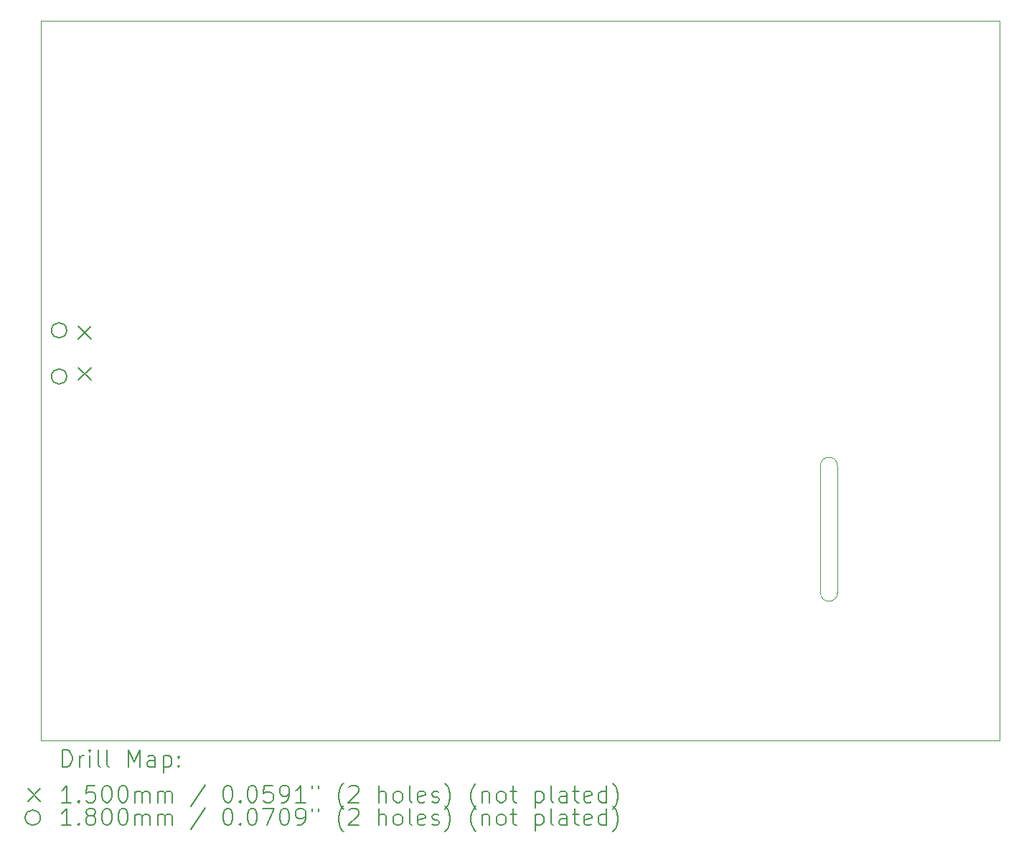
<source format=gbr>
%TF.GenerationSoftware,KiCad,Pcbnew,8.0.2*%
%TF.CreationDate,2024-05-29T13:56:08+02:00*%
%TF.ProjectId,universalConnectorBoard,756e6976-6572-4736-916c-436f6e6e6563,rev?*%
%TF.SameCoordinates,Original*%
%TF.FileFunction,Drillmap*%
%TF.FilePolarity,Positive*%
%FSLAX45Y45*%
G04 Gerber Fmt 4.5, Leading zero omitted, Abs format (unit mm)*
G04 Created by KiCad (PCBNEW 8.0.2) date 2024-05-29 13:56:08*
%MOMM*%
%LPD*%
G01*
G04 APERTURE LIST*
%ADD10C,0.100000*%
%ADD11C,0.200000*%
%ADD12C,0.150000*%
%ADD13C,0.180000*%
G04 APERTURE END LIST*
D10*
X13898200Y-11996800D02*
X13898200Y-10496800D01*
X14098200Y-11996800D02*
G75*
G02*
X13898200Y-11996800I-100000J0D01*
G01*
X13898200Y-10496800D02*
G75*
G02*
X14098200Y-10496800I100000J0D01*
G01*
X14098200Y-10496800D02*
X14098200Y-11996800D01*
X4700000Y-5238000D02*
X16010000Y-5238000D01*
X16010000Y-13738000D01*
X4700000Y-13738000D01*
X4700000Y-5238000D01*
D11*
D12*
X5143200Y-8851900D02*
X5293200Y-9001900D01*
X5293200Y-8851900D02*
X5143200Y-9001900D01*
X5143200Y-9336900D02*
X5293200Y-9486900D01*
X5293200Y-9336900D02*
X5143200Y-9486900D01*
D13*
X5005200Y-8896900D02*
G75*
G02*
X4825200Y-8896900I-90000J0D01*
G01*
X4825200Y-8896900D02*
G75*
G02*
X5005200Y-8896900I90000J0D01*
G01*
X5005200Y-9441900D02*
G75*
G02*
X4825200Y-9441900I-90000J0D01*
G01*
X4825200Y-9441900D02*
G75*
G02*
X5005200Y-9441900I90000J0D01*
G01*
D11*
X4955777Y-14054484D02*
X4955777Y-13854484D01*
X4955777Y-13854484D02*
X5003396Y-13854484D01*
X5003396Y-13854484D02*
X5031967Y-13864008D01*
X5031967Y-13864008D02*
X5051015Y-13883055D01*
X5051015Y-13883055D02*
X5060539Y-13902103D01*
X5060539Y-13902103D02*
X5070063Y-13940198D01*
X5070063Y-13940198D02*
X5070063Y-13968769D01*
X5070063Y-13968769D02*
X5060539Y-14006865D01*
X5060539Y-14006865D02*
X5051015Y-14025912D01*
X5051015Y-14025912D02*
X5031967Y-14044960D01*
X5031967Y-14044960D02*
X5003396Y-14054484D01*
X5003396Y-14054484D02*
X4955777Y-14054484D01*
X5155777Y-14054484D02*
X5155777Y-13921150D01*
X5155777Y-13959246D02*
X5165301Y-13940198D01*
X5165301Y-13940198D02*
X5174824Y-13930674D01*
X5174824Y-13930674D02*
X5193872Y-13921150D01*
X5193872Y-13921150D02*
X5212920Y-13921150D01*
X5279586Y-14054484D02*
X5279586Y-13921150D01*
X5279586Y-13854484D02*
X5270063Y-13864008D01*
X5270063Y-13864008D02*
X5279586Y-13873531D01*
X5279586Y-13873531D02*
X5289110Y-13864008D01*
X5289110Y-13864008D02*
X5279586Y-13854484D01*
X5279586Y-13854484D02*
X5279586Y-13873531D01*
X5403396Y-14054484D02*
X5384348Y-14044960D01*
X5384348Y-14044960D02*
X5374824Y-14025912D01*
X5374824Y-14025912D02*
X5374824Y-13854484D01*
X5508158Y-14054484D02*
X5489110Y-14044960D01*
X5489110Y-14044960D02*
X5479586Y-14025912D01*
X5479586Y-14025912D02*
X5479586Y-13854484D01*
X5736729Y-14054484D02*
X5736729Y-13854484D01*
X5736729Y-13854484D02*
X5803396Y-13997341D01*
X5803396Y-13997341D02*
X5870062Y-13854484D01*
X5870062Y-13854484D02*
X5870062Y-14054484D01*
X6051015Y-14054484D02*
X6051015Y-13949722D01*
X6051015Y-13949722D02*
X6041491Y-13930674D01*
X6041491Y-13930674D02*
X6022443Y-13921150D01*
X6022443Y-13921150D02*
X5984348Y-13921150D01*
X5984348Y-13921150D02*
X5965301Y-13930674D01*
X6051015Y-14044960D02*
X6031967Y-14054484D01*
X6031967Y-14054484D02*
X5984348Y-14054484D01*
X5984348Y-14054484D02*
X5965301Y-14044960D01*
X5965301Y-14044960D02*
X5955777Y-14025912D01*
X5955777Y-14025912D02*
X5955777Y-14006865D01*
X5955777Y-14006865D02*
X5965301Y-13987817D01*
X5965301Y-13987817D02*
X5984348Y-13978293D01*
X5984348Y-13978293D02*
X6031967Y-13978293D01*
X6031967Y-13978293D02*
X6051015Y-13968769D01*
X6146253Y-13921150D02*
X6146253Y-14121150D01*
X6146253Y-13930674D02*
X6165301Y-13921150D01*
X6165301Y-13921150D02*
X6203396Y-13921150D01*
X6203396Y-13921150D02*
X6222443Y-13930674D01*
X6222443Y-13930674D02*
X6231967Y-13940198D01*
X6231967Y-13940198D02*
X6241491Y-13959246D01*
X6241491Y-13959246D02*
X6241491Y-14016388D01*
X6241491Y-14016388D02*
X6231967Y-14035436D01*
X6231967Y-14035436D02*
X6222443Y-14044960D01*
X6222443Y-14044960D02*
X6203396Y-14054484D01*
X6203396Y-14054484D02*
X6165301Y-14054484D01*
X6165301Y-14054484D02*
X6146253Y-14044960D01*
X6327205Y-14035436D02*
X6336729Y-14044960D01*
X6336729Y-14044960D02*
X6327205Y-14054484D01*
X6327205Y-14054484D02*
X6317682Y-14044960D01*
X6317682Y-14044960D02*
X6327205Y-14035436D01*
X6327205Y-14035436D02*
X6327205Y-14054484D01*
X6327205Y-13930674D02*
X6336729Y-13940198D01*
X6336729Y-13940198D02*
X6327205Y-13949722D01*
X6327205Y-13949722D02*
X6317682Y-13940198D01*
X6317682Y-13940198D02*
X6327205Y-13930674D01*
X6327205Y-13930674D02*
X6327205Y-13949722D01*
D12*
X4545000Y-14308000D02*
X4695000Y-14458000D01*
X4695000Y-14308000D02*
X4545000Y-14458000D01*
D11*
X5060539Y-14474484D02*
X4946253Y-14474484D01*
X5003396Y-14474484D02*
X5003396Y-14274484D01*
X5003396Y-14274484D02*
X4984348Y-14303055D01*
X4984348Y-14303055D02*
X4965301Y-14322103D01*
X4965301Y-14322103D02*
X4946253Y-14331627D01*
X5146253Y-14455436D02*
X5155777Y-14464960D01*
X5155777Y-14464960D02*
X5146253Y-14474484D01*
X5146253Y-14474484D02*
X5136729Y-14464960D01*
X5136729Y-14464960D02*
X5146253Y-14455436D01*
X5146253Y-14455436D02*
X5146253Y-14474484D01*
X5336729Y-14274484D02*
X5241491Y-14274484D01*
X5241491Y-14274484D02*
X5231967Y-14369722D01*
X5231967Y-14369722D02*
X5241491Y-14360198D01*
X5241491Y-14360198D02*
X5260539Y-14350674D01*
X5260539Y-14350674D02*
X5308158Y-14350674D01*
X5308158Y-14350674D02*
X5327205Y-14360198D01*
X5327205Y-14360198D02*
X5336729Y-14369722D01*
X5336729Y-14369722D02*
X5346253Y-14388769D01*
X5346253Y-14388769D02*
X5346253Y-14436388D01*
X5346253Y-14436388D02*
X5336729Y-14455436D01*
X5336729Y-14455436D02*
X5327205Y-14464960D01*
X5327205Y-14464960D02*
X5308158Y-14474484D01*
X5308158Y-14474484D02*
X5260539Y-14474484D01*
X5260539Y-14474484D02*
X5241491Y-14464960D01*
X5241491Y-14464960D02*
X5231967Y-14455436D01*
X5470063Y-14274484D02*
X5489110Y-14274484D01*
X5489110Y-14274484D02*
X5508158Y-14284008D01*
X5508158Y-14284008D02*
X5517682Y-14293531D01*
X5517682Y-14293531D02*
X5527205Y-14312579D01*
X5527205Y-14312579D02*
X5536729Y-14350674D01*
X5536729Y-14350674D02*
X5536729Y-14398293D01*
X5536729Y-14398293D02*
X5527205Y-14436388D01*
X5527205Y-14436388D02*
X5517682Y-14455436D01*
X5517682Y-14455436D02*
X5508158Y-14464960D01*
X5508158Y-14464960D02*
X5489110Y-14474484D01*
X5489110Y-14474484D02*
X5470063Y-14474484D01*
X5470063Y-14474484D02*
X5451015Y-14464960D01*
X5451015Y-14464960D02*
X5441491Y-14455436D01*
X5441491Y-14455436D02*
X5431967Y-14436388D01*
X5431967Y-14436388D02*
X5422444Y-14398293D01*
X5422444Y-14398293D02*
X5422444Y-14350674D01*
X5422444Y-14350674D02*
X5431967Y-14312579D01*
X5431967Y-14312579D02*
X5441491Y-14293531D01*
X5441491Y-14293531D02*
X5451015Y-14284008D01*
X5451015Y-14284008D02*
X5470063Y-14274484D01*
X5660539Y-14274484D02*
X5679586Y-14274484D01*
X5679586Y-14274484D02*
X5698634Y-14284008D01*
X5698634Y-14284008D02*
X5708158Y-14293531D01*
X5708158Y-14293531D02*
X5717682Y-14312579D01*
X5717682Y-14312579D02*
X5727205Y-14350674D01*
X5727205Y-14350674D02*
X5727205Y-14398293D01*
X5727205Y-14398293D02*
X5717682Y-14436388D01*
X5717682Y-14436388D02*
X5708158Y-14455436D01*
X5708158Y-14455436D02*
X5698634Y-14464960D01*
X5698634Y-14464960D02*
X5679586Y-14474484D01*
X5679586Y-14474484D02*
X5660539Y-14474484D01*
X5660539Y-14474484D02*
X5641491Y-14464960D01*
X5641491Y-14464960D02*
X5631967Y-14455436D01*
X5631967Y-14455436D02*
X5622443Y-14436388D01*
X5622443Y-14436388D02*
X5612920Y-14398293D01*
X5612920Y-14398293D02*
X5612920Y-14350674D01*
X5612920Y-14350674D02*
X5622443Y-14312579D01*
X5622443Y-14312579D02*
X5631967Y-14293531D01*
X5631967Y-14293531D02*
X5641491Y-14284008D01*
X5641491Y-14284008D02*
X5660539Y-14274484D01*
X5812920Y-14474484D02*
X5812920Y-14341150D01*
X5812920Y-14360198D02*
X5822443Y-14350674D01*
X5822443Y-14350674D02*
X5841491Y-14341150D01*
X5841491Y-14341150D02*
X5870063Y-14341150D01*
X5870063Y-14341150D02*
X5889110Y-14350674D01*
X5889110Y-14350674D02*
X5898634Y-14369722D01*
X5898634Y-14369722D02*
X5898634Y-14474484D01*
X5898634Y-14369722D02*
X5908158Y-14350674D01*
X5908158Y-14350674D02*
X5927205Y-14341150D01*
X5927205Y-14341150D02*
X5955777Y-14341150D01*
X5955777Y-14341150D02*
X5974824Y-14350674D01*
X5974824Y-14350674D02*
X5984348Y-14369722D01*
X5984348Y-14369722D02*
X5984348Y-14474484D01*
X6079586Y-14474484D02*
X6079586Y-14341150D01*
X6079586Y-14360198D02*
X6089110Y-14350674D01*
X6089110Y-14350674D02*
X6108158Y-14341150D01*
X6108158Y-14341150D02*
X6136729Y-14341150D01*
X6136729Y-14341150D02*
X6155777Y-14350674D01*
X6155777Y-14350674D02*
X6165301Y-14369722D01*
X6165301Y-14369722D02*
X6165301Y-14474484D01*
X6165301Y-14369722D02*
X6174824Y-14350674D01*
X6174824Y-14350674D02*
X6193872Y-14341150D01*
X6193872Y-14341150D02*
X6222443Y-14341150D01*
X6222443Y-14341150D02*
X6241491Y-14350674D01*
X6241491Y-14350674D02*
X6251015Y-14369722D01*
X6251015Y-14369722D02*
X6251015Y-14474484D01*
X6641491Y-14264960D02*
X6470063Y-14522103D01*
X6898634Y-14274484D02*
X6917682Y-14274484D01*
X6917682Y-14274484D02*
X6936729Y-14284008D01*
X6936729Y-14284008D02*
X6946253Y-14293531D01*
X6946253Y-14293531D02*
X6955777Y-14312579D01*
X6955777Y-14312579D02*
X6965301Y-14350674D01*
X6965301Y-14350674D02*
X6965301Y-14398293D01*
X6965301Y-14398293D02*
X6955777Y-14436388D01*
X6955777Y-14436388D02*
X6946253Y-14455436D01*
X6946253Y-14455436D02*
X6936729Y-14464960D01*
X6936729Y-14464960D02*
X6917682Y-14474484D01*
X6917682Y-14474484D02*
X6898634Y-14474484D01*
X6898634Y-14474484D02*
X6879586Y-14464960D01*
X6879586Y-14464960D02*
X6870063Y-14455436D01*
X6870063Y-14455436D02*
X6860539Y-14436388D01*
X6860539Y-14436388D02*
X6851015Y-14398293D01*
X6851015Y-14398293D02*
X6851015Y-14350674D01*
X6851015Y-14350674D02*
X6860539Y-14312579D01*
X6860539Y-14312579D02*
X6870063Y-14293531D01*
X6870063Y-14293531D02*
X6879586Y-14284008D01*
X6879586Y-14284008D02*
X6898634Y-14274484D01*
X7051015Y-14455436D02*
X7060539Y-14464960D01*
X7060539Y-14464960D02*
X7051015Y-14474484D01*
X7051015Y-14474484D02*
X7041491Y-14464960D01*
X7041491Y-14464960D02*
X7051015Y-14455436D01*
X7051015Y-14455436D02*
X7051015Y-14474484D01*
X7184348Y-14274484D02*
X7203396Y-14274484D01*
X7203396Y-14274484D02*
X7222444Y-14284008D01*
X7222444Y-14284008D02*
X7231967Y-14293531D01*
X7231967Y-14293531D02*
X7241491Y-14312579D01*
X7241491Y-14312579D02*
X7251015Y-14350674D01*
X7251015Y-14350674D02*
X7251015Y-14398293D01*
X7251015Y-14398293D02*
X7241491Y-14436388D01*
X7241491Y-14436388D02*
X7231967Y-14455436D01*
X7231967Y-14455436D02*
X7222444Y-14464960D01*
X7222444Y-14464960D02*
X7203396Y-14474484D01*
X7203396Y-14474484D02*
X7184348Y-14474484D01*
X7184348Y-14474484D02*
X7165301Y-14464960D01*
X7165301Y-14464960D02*
X7155777Y-14455436D01*
X7155777Y-14455436D02*
X7146253Y-14436388D01*
X7146253Y-14436388D02*
X7136729Y-14398293D01*
X7136729Y-14398293D02*
X7136729Y-14350674D01*
X7136729Y-14350674D02*
X7146253Y-14312579D01*
X7146253Y-14312579D02*
X7155777Y-14293531D01*
X7155777Y-14293531D02*
X7165301Y-14284008D01*
X7165301Y-14284008D02*
X7184348Y-14274484D01*
X7431967Y-14274484D02*
X7336729Y-14274484D01*
X7336729Y-14274484D02*
X7327206Y-14369722D01*
X7327206Y-14369722D02*
X7336729Y-14360198D01*
X7336729Y-14360198D02*
X7355777Y-14350674D01*
X7355777Y-14350674D02*
X7403396Y-14350674D01*
X7403396Y-14350674D02*
X7422444Y-14360198D01*
X7422444Y-14360198D02*
X7431967Y-14369722D01*
X7431967Y-14369722D02*
X7441491Y-14388769D01*
X7441491Y-14388769D02*
X7441491Y-14436388D01*
X7441491Y-14436388D02*
X7431967Y-14455436D01*
X7431967Y-14455436D02*
X7422444Y-14464960D01*
X7422444Y-14464960D02*
X7403396Y-14474484D01*
X7403396Y-14474484D02*
X7355777Y-14474484D01*
X7355777Y-14474484D02*
X7336729Y-14464960D01*
X7336729Y-14464960D02*
X7327206Y-14455436D01*
X7536729Y-14474484D02*
X7574825Y-14474484D01*
X7574825Y-14474484D02*
X7593872Y-14464960D01*
X7593872Y-14464960D02*
X7603396Y-14455436D01*
X7603396Y-14455436D02*
X7622444Y-14426865D01*
X7622444Y-14426865D02*
X7631967Y-14388769D01*
X7631967Y-14388769D02*
X7631967Y-14312579D01*
X7631967Y-14312579D02*
X7622444Y-14293531D01*
X7622444Y-14293531D02*
X7612920Y-14284008D01*
X7612920Y-14284008D02*
X7593872Y-14274484D01*
X7593872Y-14274484D02*
X7555777Y-14274484D01*
X7555777Y-14274484D02*
X7536729Y-14284008D01*
X7536729Y-14284008D02*
X7527206Y-14293531D01*
X7527206Y-14293531D02*
X7517682Y-14312579D01*
X7517682Y-14312579D02*
X7517682Y-14360198D01*
X7517682Y-14360198D02*
X7527206Y-14379246D01*
X7527206Y-14379246D02*
X7536729Y-14388769D01*
X7536729Y-14388769D02*
X7555777Y-14398293D01*
X7555777Y-14398293D02*
X7593872Y-14398293D01*
X7593872Y-14398293D02*
X7612920Y-14388769D01*
X7612920Y-14388769D02*
X7622444Y-14379246D01*
X7622444Y-14379246D02*
X7631967Y-14360198D01*
X7822444Y-14474484D02*
X7708158Y-14474484D01*
X7765301Y-14474484D02*
X7765301Y-14274484D01*
X7765301Y-14274484D02*
X7746253Y-14303055D01*
X7746253Y-14303055D02*
X7727206Y-14322103D01*
X7727206Y-14322103D02*
X7708158Y-14331627D01*
X7898634Y-14274484D02*
X7898634Y-14312579D01*
X7974825Y-14274484D02*
X7974825Y-14312579D01*
X8270063Y-14550674D02*
X8260539Y-14541150D01*
X8260539Y-14541150D02*
X8241491Y-14512579D01*
X8241491Y-14512579D02*
X8231968Y-14493531D01*
X8231968Y-14493531D02*
X8222444Y-14464960D01*
X8222444Y-14464960D02*
X8212920Y-14417341D01*
X8212920Y-14417341D02*
X8212920Y-14379246D01*
X8212920Y-14379246D02*
X8222444Y-14331627D01*
X8222444Y-14331627D02*
X8231968Y-14303055D01*
X8231968Y-14303055D02*
X8241491Y-14284008D01*
X8241491Y-14284008D02*
X8260539Y-14255436D01*
X8260539Y-14255436D02*
X8270063Y-14245912D01*
X8336729Y-14293531D02*
X8346253Y-14284008D01*
X8346253Y-14284008D02*
X8365301Y-14274484D01*
X8365301Y-14274484D02*
X8412920Y-14274484D01*
X8412920Y-14274484D02*
X8431968Y-14284008D01*
X8431968Y-14284008D02*
X8441491Y-14293531D01*
X8441491Y-14293531D02*
X8451015Y-14312579D01*
X8451015Y-14312579D02*
X8451015Y-14331627D01*
X8451015Y-14331627D02*
X8441491Y-14360198D01*
X8441491Y-14360198D02*
X8327206Y-14474484D01*
X8327206Y-14474484D02*
X8451015Y-14474484D01*
X8689111Y-14474484D02*
X8689111Y-14274484D01*
X8774825Y-14474484D02*
X8774825Y-14369722D01*
X8774825Y-14369722D02*
X8765301Y-14350674D01*
X8765301Y-14350674D02*
X8746253Y-14341150D01*
X8746253Y-14341150D02*
X8717682Y-14341150D01*
X8717682Y-14341150D02*
X8698634Y-14350674D01*
X8698634Y-14350674D02*
X8689111Y-14360198D01*
X8898634Y-14474484D02*
X8879587Y-14464960D01*
X8879587Y-14464960D02*
X8870063Y-14455436D01*
X8870063Y-14455436D02*
X8860539Y-14436388D01*
X8860539Y-14436388D02*
X8860539Y-14379246D01*
X8860539Y-14379246D02*
X8870063Y-14360198D01*
X8870063Y-14360198D02*
X8879587Y-14350674D01*
X8879587Y-14350674D02*
X8898634Y-14341150D01*
X8898634Y-14341150D02*
X8927206Y-14341150D01*
X8927206Y-14341150D02*
X8946253Y-14350674D01*
X8946253Y-14350674D02*
X8955777Y-14360198D01*
X8955777Y-14360198D02*
X8965301Y-14379246D01*
X8965301Y-14379246D02*
X8965301Y-14436388D01*
X8965301Y-14436388D02*
X8955777Y-14455436D01*
X8955777Y-14455436D02*
X8946253Y-14464960D01*
X8946253Y-14464960D02*
X8927206Y-14474484D01*
X8927206Y-14474484D02*
X8898634Y-14474484D01*
X9079587Y-14474484D02*
X9060539Y-14464960D01*
X9060539Y-14464960D02*
X9051015Y-14445912D01*
X9051015Y-14445912D02*
X9051015Y-14274484D01*
X9231968Y-14464960D02*
X9212920Y-14474484D01*
X9212920Y-14474484D02*
X9174825Y-14474484D01*
X9174825Y-14474484D02*
X9155777Y-14464960D01*
X9155777Y-14464960D02*
X9146253Y-14445912D01*
X9146253Y-14445912D02*
X9146253Y-14369722D01*
X9146253Y-14369722D02*
X9155777Y-14350674D01*
X9155777Y-14350674D02*
X9174825Y-14341150D01*
X9174825Y-14341150D02*
X9212920Y-14341150D01*
X9212920Y-14341150D02*
X9231968Y-14350674D01*
X9231968Y-14350674D02*
X9241492Y-14369722D01*
X9241492Y-14369722D02*
X9241492Y-14388769D01*
X9241492Y-14388769D02*
X9146253Y-14407817D01*
X9317682Y-14464960D02*
X9336730Y-14474484D01*
X9336730Y-14474484D02*
X9374825Y-14474484D01*
X9374825Y-14474484D02*
X9393873Y-14464960D01*
X9393873Y-14464960D02*
X9403396Y-14445912D01*
X9403396Y-14445912D02*
X9403396Y-14436388D01*
X9403396Y-14436388D02*
X9393873Y-14417341D01*
X9393873Y-14417341D02*
X9374825Y-14407817D01*
X9374825Y-14407817D02*
X9346253Y-14407817D01*
X9346253Y-14407817D02*
X9327206Y-14398293D01*
X9327206Y-14398293D02*
X9317682Y-14379246D01*
X9317682Y-14379246D02*
X9317682Y-14369722D01*
X9317682Y-14369722D02*
X9327206Y-14350674D01*
X9327206Y-14350674D02*
X9346253Y-14341150D01*
X9346253Y-14341150D02*
X9374825Y-14341150D01*
X9374825Y-14341150D02*
X9393873Y-14350674D01*
X9470063Y-14550674D02*
X9479587Y-14541150D01*
X9479587Y-14541150D02*
X9498634Y-14512579D01*
X9498634Y-14512579D02*
X9508158Y-14493531D01*
X9508158Y-14493531D02*
X9517682Y-14464960D01*
X9517682Y-14464960D02*
X9527206Y-14417341D01*
X9527206Y-14417341D02*
X9527206Y-14379246D01*
X9527206Y-14379246D02*
X9517682Y-14331627D01*
X9517682Y-14331627D02*
X9508158Y-14303055D01*
X9508158Y-14303055D02*
X9498634Y-14284008D01*
X9498634Y-14284008D02*
X9479587Y-14255436D01*
X9479587Y-14255436D02*
X9470063Y-14245912D01*
X9831968Y-14550674D02*
X9822444Y-14541150D01*
X9822444Y-14541150D02*
X9803396Y-14512579D01*
X9803396Y-14512579D02*
X9793873Y-14493531D01*
X9793873Y-14493531D02*
X9784349Y-14464960D01*
X9784349Y-14464960D02*
X9774825Y-14417341D01*
X9774825Y-14417341D02*
X9774825Y-14379246D01*
X9774825Y-14379246D02*
X9784349Y-14331627D01*
X9784349Y-14331627D02*
X9793873Y-14303055D01*
X9793873Y-14303055D02*
X9803396Y-14284008D01*
X9803396Y-14284008D02*
X9822444Y-14255436D01*
X9822444Y-14255436D02*
X9831968Y-14245912D01*
X9908158Y-14341150D02*
X9908158Y-14474484D01*
X9908158Y-14360198D02*
X9917682Y-14350674D01*
X9917682Y-14350674D02*
X9936730Y-14341150D01*
X9936730Y-14341150D02*
X9965301Y-14341150D01*
X9965301Y-14341150D02*
X9984349Y-14350674D01*
X9984349Y-14350674D02*
X9993873Y-14369722D01*
X9993873Y-14369722D02*
X9993873Y-14474484D01*
X10117682Y-14474484D02*
X10098634Y-14464960D01*
X10098634Y-14464960D02*
X10089111Y-14455436D01*
X10089111Y-14455436D02*
X10079587Y-14436388D01*
X10079587Y-14436388D02*
X10079587Y-14379246D01*
X10079587Y-14379246D02*
X10089111Y-14360198D01*
X10089111Y-14360198D02*
X10098634Y-14350674D01*
X10098634Y-14350674D02*
X10117682Y-14341150D01*
X10117682Y-14341150D02*
X10146254Y-14341150D01*
X10146254Y-14341150D02*
X10165301Y-14350674D01*
X10165301Y-14350674D02*
X10174825Y-14360198D01*
X10174825Y-14360198D02*
X10184349Y-14379246D01*
X10184349Y-14379246D02*
X10184349Y-14436388D01*
X10184349Y-14436388D02*
X10174825Y-14455436D01*
X10174825Y-14455436D02*
X10165301Y-14464960D01*
X10165301Y-14464960D02*
X10146254Y-14474484D01*
X10146254Y-14474484D02*
X10117682Y-14474484D01*
X10241492Y-14341150D02*
X10317682Y-14341150D01*
X10270063Y-14274484D02*
X10270063Y-14445912D01*
X10270063Y-14445912D02*
X10279587Y-14464960D01*
X10279587Y-14464960D02*
X10298634Y-14474484D01*
X10298634Y-14474484D02*
X10317682Y-14474484D01*
X10536730Y-14341150D02*
X10536730Y-14541150D01*
X10536730Y-14350674D02*
X10555777Y-14341150D01*
X10555777Y-14341150D02*
X10593873Y-14341150D01*
X10593873Y-14341150D02*
X10612920Y-14350674D01*
X10612920Y-14350674D02*
X10622444Y-14360198D01*
X10622444Y-14360198D02*
X10631968Y-14379246D01*
X10631968Y-14379246D02*
X10631968Y-14436388D01*
X10631968Y-14436388D02*
X10622444Y-14455436D01*
X10622444Y-14455436D02*
X10612920Y-14464960D01*
X10612920Y-14464960D02*
X10593873Y-14474484D01*
X10593873Y-14474484D02*
X10555777Y-14474484D01*
X10555777Y-14474484D02*
X10536730Y-14464960D01*
X10746254Y-14474484D02*
X10727206Y-14464960D01*
X10727206Y-14464960D02*
X10717682Y-14445912D01*
X10717682Y-14445912D02*
X10717682Y-14274484D01*
X10908158Y-14474484D02*
X10908158Y-14369722D01*
X10908158Y-14369722D02*
X10898635Y-14350674D01*
X10898635Y-14350674D02*
X10879587Y-14341150D01*
X10879587Y-14341150D02*
X10841492Y-14341150D01*
X10841492Y-14341150D02*
X10822444Y-14350674D01*
X10908158Y-14464960D02*
X10889111Y-14474484D01*
X10889111Y-14474484D02*
X10841492Y-14474484D01*
X10841492Y-14474484D02*
X10822444Y-14464960D01*
X10822444Y-14464960D02*
X10812920Y-14445912D01*
X10812920Y-14445912D02*
X10812920Y-14426865D01*
X10812920Y-14426865D02*
X10822444Y-14407817D01*
X10822444Y-14407817D02*
X10841492Y-14398293D01*
X10841492Y-14398293D02*
X10889111Y-14398293D01*
X10889111Y-14398293D02*
X10908158Y-14388769D01*
X10974825Y-14341150D02*
X11051015Y-14341150D01*
X11003396Y-14274484D02*
X11003396Y-14445912D01*
X11003396Y-14445912D02*
X11012920Y-14464960D01*
X11012920Y-14464960D02*
X11031968Y-14474484D01*
X11031968Y-14474484D02*
X11051015Y-14474484D01*
X11193873Y-14464960D02*
X11174825Y-14474484D01*
X11174825Y-14474484D02*
X11136730Y-14474484D01*
X11136730Y-14474484D02*
X11117682Y-14464960D01*
X11117682Y-14464960D02*
X11108158Y-14445912D01*
X11108158Y-14445912D02*
X11108158Y-14369722D01*
X11108158Y-14369722D02*
X11117682Y-14350674D01*
X11117682Y-14350674D02*
X11136730Y-14341150D01*
X11136730Y-14341150D02*
X11174825Y-14341150D01*
X11174825Y-14341150D02*
X11193873Y-14350674D01*
X11193873Y-14350674D02*
X11203396Y-14369722D01*
X11203396Y-14369722D02*
X11203396Y-14388769D01*
X11203396Y-14388769D02*
X11108158Y-14407817D01*
X11374825Y-14474484D02*
X11374825Y-14274484D01*
X11374825Y-14464960D02*
X11355777Y-14474484D01*
X11355777Y-14474484D02*
X11317682Y-14474484D01*
X11317682Y-14474484D02*
X11298634Y-14464960D01*
X11298634Y-14464960D02*
X11289111Y-14455436D01*
X11289111Y-14455436D02*
X11279587Y-14436388D01*
X11279587Y-14436388D02*
X11279587Y-14379246D01*
X11279587Y-14379246D02*
X11289111Y-14360198D01*
X11289111Y-14360198D02*
X11298634Y-14350674D01*
X11298634Y-14350674D02*
X11317682Y-14341150D01*
X11317682Y-14341150D02*
X11355777Y-14341150D01*
X11355777Y-14341150D02*
X11374825Y-14350674D01*
X11451015Y-14550674D02*
X11460539Y-14541150D01*
X11460539Y-14541150D02*
X11479587Y-14512579D01*
X11479587Y-14512579D02*
X11489111Y-14493531D01*
X11489111Y-14493531D02*
X11498634Y-14464960D01*
X11498634Y-14464960D02*
X11508158Y-14417341D01*
X11508158Y-14417341D02*
X11508158Y-14379246D01*
X11508158Y-14379246D02*
X11498634Y-14331627D01*
X11498634Y-14331627D02*
X11489111Y-14303055D01*
X11489111Y-14303055D02*
X11479587Y-14284008D01*
X11479587Y-14284008D02*
X11460539Y-14255436D01*
X11460539Y-14255436D02*
X11451015Y-14245912D01*
D13*
X4695000Y-14653000D02*
G75*
G02*
X4515000Y-14653000I-90000J0D01*
G01*
X4515000Y-14653000D02*
G75*
G02*
X4695000Y-14653000I90000J0D01*
G01*
D11*
X5060539Y-14744484D02*
X4946253Y-14744484D01*
X5003396Y-14744484D02*
X5003396Y-14544484D01*
X5003396Y-14544484D02*
X4984348Y-14573055D01*
X4984348Y-14573055D02*
X4965301Y-14592103D01*
X4965301Y-14592103D02*
X4946253Y-14601627D01*
X5146253Y-14725436D02*
X5155777Y-14734960D01*
X5155777Y-14734960D02*
X5146253Y-14744484D01*
X5146253Y-14744484D02*
X5136729Y-14734960D01*
X5136729Y-14734960D02*
X5146253Y-14725436D01*
X5146253Y-14725436D02*
X5146253Y-14744484D01*
X5270063Y-14630198D02*
X5251015Y-14620674D01*
X5251015Y-14620674D02*
X5241491Y-14611150D01*
X5241491Y-14611150D02*
X5231967Y-14592103D01*
X5231967Y-14592103D02*
X5231967Y-14582579D01*
X5231967Y-14582579D02*
X5241491Y-14563531D01*
X5241491Y-14563531D02*
X5251015Y-14554008D01*
X5251015Y-14554008D02*
X5270063Y-14544484D01*
X5270063Y-14544484D02*
X5308158Y-14544484D01*
X5308158Y-14544484D02*
X5327205Y-14554008D01*
X5327205Y-14554008D02*
X5336729Y-14563531D01*
X5336729Y-14563531D02*
X5346253Y-14582579D01*
X5346253Y-14582579D02*
X5346253Y-14592103D01*
X5346253Y-14592103D02*
X5336729Y-14611150D01*
X5336729Y-14611150D02*
X5327205Y-14620674D01*
X5327205Y-14620674D02*
X5308158Y-14630198D01*
X5308158Y-14630198D02*
X5270063Y-14630198D01*
X5270063Y-14630198D02*
X5251015Y-14639722D01*
X5251015Y-14639722D02*
X5241491Y-14649246D01*
X5241491Y-14649246D02*
X5231967Y-14668293D01*
X5231967Y-14668293D02*
X5231967Y-14706388D01*
X5231967Y-14706388D02*
X5241491Y-14725436D01*
X5241491Y-14725436D02*
X5251015Y-14734960D01*
X5251015Y-14734960D02*
X5270063Y-14744484D01*
X5270063Y-14744484D02*
X5308158Y-14744484D01*
X5308158Y-14744484D02*
X5327205Y-14734960D01*
X5327205Y-14734960D02*
X5336729Y-14725436D01*
X5336729Y-14725436D02*
X5346253Y-14706388D01*
X5346253Y-14706388D02*
X5346253Y-14668293D01*
X5346253Y-14668293D02*
X5336729Y-14649246D01*
X5336729Y-14649246D02*
X5327205Y-14639722D01*
X5327205Y-14639722D02*
X5308158Y-14630198D01*
X5470063Y-14544484D02*
X5489110Y-14544484D01*
X5489110Y-14544484D02*
X5508158Y-14554008D01*
X5508158Y-14554008D02*
X5517682Y-14563531D01*
X5517682Y-14563531D02*
X5527205Y-14582579D01*
X5527205Y-14582579D02*
X5536729Y-14620674D01*
X5536729Y-14620674D02*
X5536729Y-14668293D01*
X5536729Y-14668293D02*
X5527205Y-14706388D01*
X5527205Y-14706388D02*
X5517682Y-14725436D01*
X5517682Y-14725436D02*
X5508158Y-14734960D01*
X5508158Y-14734960D02*
X5489110Y-14744484D01*
X5489110Y-14744484D02*
X5470063Y-14744484D01*
X5470063Y-14744484D02*
X5451015Y-14734960D01*
X5451015Y-14734960D02*
X5441491Y-14725436D01*
X5441491Y-14725436D02*
X5431967Y-14706388D01*
X5431967Y-14706388D02*
X5422444Y-14668293D01*
X5422444Y-14668293D02*
X5422444Y-14620674D01*
X5422444Y-14620674D02*
X5431967Y-14582579D01*
X5431967Y-14582579D02*
X5441491Y-14563531D01*
X5441491Y-14563531D02*
X5451015Y-14554008D01*
X5451015Y-14554008D02*
X5470063Y-14544484D01*
X5660539Y-14544484D02*
X5679586Y-14544484D01*
X5679586Y-14544484D02*
X5698634Y-14554008D01*
X5698634Y-14554008D02*
X5708158Y-14563531D01*
X5708158Y-14563531D02*
X5717682Y-14582579D01*
X5717682Y-14582579D02*
X5727205Y-14620674D01*
X5727205Y-14620674D02*
X5727205Y-14668293D01*
X5727205Y-14668293D02*
X5717682Y-14706388D01*
X5717682Y-14706388D02*
X5708158Y-14725436D01*
X5708158Y-14725436D02*
X5698634Y-14734960D01*
X5698634Y-14734960D02*
X5679586Y-14744484D01*
X5679586Y-14744484D02*
X5660539Y-14744484D01*
X5660539Y-14744484D02*
X5641491Y-14734960D01*
X5641491Y-14734960D02*
X5631967Y-14725436D01*
X5631967Y-14725436D02*
X5622443Y-14706388D01*
X5622443Y-14706388D02*
X5612920Y-14668293D01*
X5612920Y-14668293D02*
X5612920Y-14620674D01*
X5612920Y-14620674D02*
X5622443Y-14582579D01*
X5622443Y-14582579D02*
X5631967Y-14563531D01*
X5631967Y-14563531D02*
X5641491Y-14554008D01*
X5641491Y-14554008D02*
X5660539Y-14544484D01*
X5812920Y-14744484D02*
X5812920Y-14611150D01*
X5812920Y-14630198D02*
X5822443Y-14620674D01*
X5822443Y-14620674D02*
X5841491Y-14611150D01*
X5841491Y-14611150D02*
X5870063Y-14611150D01*
X5870063Y-14611150D02*
X5889110Y-14620674D01*
X5889110Y-14620674D02*
X5898634Y-14639722D01*
X5898634Y-14639722D02*
X5898634Y-14744484D01*
X5898634Y-14639722D02*
X5908158Y-14620674D01*
X5908158Y-14620674D02*
X5927205Y-14611150D01*
X5927205Y-14611150D02*
X5955777Y-14611150D01*
X5955777Y-14611150D02*
X5974824Y-14620674D01*
X5974824Y-14620674D02*
X5984348Y-14639722D01*
X5984348Y-14639722D02*
X5984348Y-14744484D01*
X6079586Y-14744484D02*
X6079586Y-14611150D01*
X6079586Y-14630198D02*
X6089110Y-14620674D01*
X6089110Y-14620674D02*
X6108158Y-14611150D01*
X6108158Y-14611150D02*
X6136729Y-14611150D01*
X6136729Y-14611150D02*
X6155777Y-14620674D01*
X6155777Y-14620674D02*
X6165301Y-14639722D01*
X6165301Y-14639722D02*
X6165301Y-14744484D01*
X6165301Y-14639722D02*
X6174824Y-14620674D01*
X6174824Y-14620674D02*
X6193872Y-14611150D01*
X6193872Y-14611150D02*
X6222443Y-14611150D01*
X6222443Y-14611150D02*
X6241491Y-14620674D01*
X6241491Y-14620674D02*
X6251015Y-14639722D01*
X6251015Y-14639722D02*
X6251015Y-14744484D01*
X6641491Y-14534960D02*
X6470063Y-14792103D01*
X6898634Y-14544484D02*
X6917682Y-14544484D01*
X6917682Y-14544484D02*
X6936729Y-14554008D01*
X6936729Y-14554008D02*
X6946253Y-14563531D01*
X6946253Y-14563531D02*
X6955777Y-14582579D01*
X6955777Y-14582579D02*
X6965301Y-14620674D01*
X6965301Y-14620674D02*
X6965301Y-14668293D01*
X6965301Y-14668293D02*
X6955777Y-14706388D01*
X6955777Y-14706388D02*
X6946253Y-14725436D01*
X6946253Y-14725436D02*
X6936729Y-14734960D01*
X6936729Y-14734960D02*
X6917682Y-14744484D01*
X6917682Y-14744484D02*
X6898634Y-14744484D01*
X6898634Y-14744484D02*
X6879586Y-14734960D01*
X6879586Y-14734960D02*
X6870063Y-14725436D01*
X6870063Y-14725436D02*
X6860539Y-14706388D01*
X6860539Y-14706388D02*
X6851015Y-14668293D01*
X6851015Y-14668293D02*
X6851015Y-14620674D01*
X6851015Y-14620674D02*
X6860539Y-14582579D01*
X6860539Y-14582579D02*
X6870063Y-14563531D01*
X6870063Y-14563531D02*
X6879586Y-14554008D01*
X6879586Y-14554008D02*
X6898634Y-14544484D01*
X7051015Y-14725436D02*
X7060539Y-14734960D01*
X7060539Y-14734960D02*
X7051015Y-14744484D01*
X7051015Y-14744484D02*
X7041491Y-14734960D01*
X7041491Y-14734960D02*
X7051015Y-14725436D01*
X7051015Y-14725436D02*
X7051015Y-14744484D01*
X7184348Y-14544484D02*
X7203396Y-14544484D01*
X7203396Y-14544484D02*
X7222444Y-14554008D01*
X7222444Y-14554008D02*
X7231967Y-14563531D01*
X7231967Y-14563531D02*
X7241491Y-14582579D01*
X7241491Y-14582579D02*
X7251015Y-14620674D01*
X7251015Y-14620674D02*
X7251015Y-14668293D01*
X7251015Y-14668293D02*
X7241491Y-14706388D01*
X7241491Y-14706388D02*
X7231967Y-14725436D01*
X7231967Y-14725436D02*
X7222444Y-14734960D01*
X7222444Y-14734960D02*
X7203396Y-14744484D01*
X7203396Y-14744484D02*
X7184348Y-14744484D01*
X7184348Y-14744484D02*
X7165301Y-14734960D01*
X7165301Y-14734960D02*
X7155777Y-14725436D01*
X7155777Y-14725436D02*
X7146253Y-14706388D01*
X7146253Y-14706388D02*
X7136729Y-14668293D01*
X7136729Y-14668293D02*
X7136729Y-14620674D01*
X7136729Y-14620674D02*
X7146253Y-14582579D01*
X7146253Y-14582579D02*
X7155777Y-14563531D01*
X7155777Y-14563531D02*
X7165301Y-14554008D01*
X7165301Y-14554008D02*
X7184348Y-14544484D01*
X7317682Y-14544484D02*
X7451015Y-14544484D01*
X7451015Y-14544484D02*
X7365301Y-14744484D01*
X7565301Y-14544484D02*
X7584348Y-14544484D01*
X7584348Y-14544484D02*
X7603396Y-14554008D01*
X7603396Y-14554008D02*
X7612920Y-14563531D01*
X7612920Y-14563531D02*
X7622444Y-14582579D01*
X7622444Y-14582579D02*
X7631967Y-14620674D01*
X7631967Y-14620674D02*
X7631967Y-14668293D01*
X7631967Y-14668293D02*
X7622444Y-14706388D01*
X7622444Y-14706388D02*
X7612920Y-14725436D01*
X7612920Y-14725436D02*
X7603396Y-14734960D01*
X7603396Y-14734960D02*
X7584348Y-14744484D01*
X7584348Y-14744484D02*
X7565301Y-14744484D01*
X7565301Y-14744484D02*
X7546253Y-14734960D01*
X7546253Y-14734960D02*
X7536729Y-14725436D01*
X7536729Y-14725436D02*
X7527206Y-14706388D01*
X7527206Y-14706388D02*
X7517682Y-14668293D01*
X7517682Y-14668293D02*
X7517682Y-14620674D01*
X7517682Y-14620674D02*
X7527206Y-14582579D01*
X7527206Y-14582579D02*
X7536729Y-14563531D01*
X7536729Y-14563531D02*
X7546253Y-14554008D01*
X7546253Y-14554008D02*
X7565301Y-14544484D01*
X7727206Y-14744484D02*
X7765301Y-14744484D01*
X7765301Y-14744484D02*
X7784348Y-14734960D01*
X7784348Y-14734960D02*
X7793872Y-14725436D01*
X7793872Y-14725436D02*
X7812920Y-14696865D01*
X7812920Y-14696865D02*
X7822444Y-14658769D01*
X7822444Y-14658769D02*
X7822444Y-14582579D01*
X7822444Y-14582579D02*
X7812920Y-14563531D01*
X7812920Y-14563531D02*
X7803396Y-14554008D01*
X7803396Y-14554008D02*
X7784348Y-14544484D01*
X7784348Y-14544484D02*
X7746253Y-14544484D01*
X7746253Y-14544484D02*
X7727206Y-14554008D01*
X7727206Y-14554008D02*
X7717682Y-14563531D01*
X7717682Y-14563531D02*
X7708158Y-14582579D01*
X7708158Y-14582579D02*
X7708158Y-14630198D01*
X7708158Y-14630198D02*
X7717682Y-14649246D01*
X7717682Y-14649246D02*
X7727206Y-14658769D01*
X7727206Y-14658769D02*
X7746253Y-14668293D01*
X7746253Y-14668293D02*
X7784348Y-14668293D01*
X7784348Y-14668293D02*
X7803396Y-14658769D01*
X7803396Y-14658769D02*
X7812920Y-14649246D01*
X7812920Y-14649246D02*
X7822444Y-14630198D01*
X7898634Y-14544484D02*
X7898634Y-14582579D01*
X7974825Y-14544484D02*
X7974825Y-14582579D01*
X8270063Y-14820674D02*
X8260539Y-14811150D01*
X8260539Y-14811150D02*
X8241491Y-14782579D01*
X8241491Y-14782579D02*
X8231968Y-14763531D01*
X8231968Y-14763531D02*
X8222444Y-14734960D01*
X8222444Y-14734960D02*
X8212920Y-14687341D01*
X8212920Y-14687341D02*
X8212920Y-14649246D01*
X8212920Y-14649246D02*
X8222444Y-14601627D01*
X8222444Y-14601627D02*
X8231968Y-14573055D01*
X8231968Y-14573055D02*
X8241491Y-14554008D01*
X8241491Y-14554008D02*
X8260539Y-14525436D01*
X8260539Y-14525436D02*
X8270063Y-14515912D01*
X8336729Y-14563531D02*
X8346253Y-14554008D01*
X8346253Y-14554008D02*
X8365301Y-14544484D01*
X8365301Y-14544484D02*
X8412920Y-14544484D01*
X8412920Y-14544484D02*
X8431968Y-14554008D01*
X8431968Y-14554008D02*
X8441491Y-14563531D01*
X8441491Y-14563531D02*
X8451015Y-14582579D01*
X8451015Y-14582579D02*
X8451015Y-14601627D01*
X8451015Y-14601627D02*
X8441491Y-14630198D01*
X8441491Y-14630198D02*
X8327206Y-14744484D01*
X8327206Y-14744484D02*
X8451015Y-14744484D01*
X8689111Y-14744484D02*
X8689111Y-14544484D01*
X8774825Y-14744484D02*
X8774825Y-14639722D01*
X8774825Y-14639722D02*
X8765301Y-14620674D01*
X8765301Y-14620674D02*
X8746253Y-14611150D01*
X8746253Y-14611150D02*
X8717682Y-14611150D01*
X8717682Y-14611150D02*
X8698634Y-14620674D01*
X8698634Y-14620674D02*
X8689111Y-14630198D01*
X8898634Y-14744484D02*
X8879587Y-14734960D01*
X8879587Y-14734960D02*
X8870063Y-14725436D01*
X8870063Y-14725436D02*
X8860539Y-14706388D01*
X8860539Y-14706388D02*
X8860539Y-14649246D01*
X8860539Y-14649246D02*
X8870063Y-14630198D01*
X8870063Y-14630198D02*
X8879587Y-14620674D01*
X8879587Y-14620674D02*
X8898634Y-14611150D01*
X8898634Y-14611150D02*
X8927206Y-14611150D01*
X8927206Y-14611150D02*
X8946253Y-14620674D01*
X8946253Y-14620674D02*
X8955777Y-14630198D01*
X8955777Y-14630198D02*
X8965301Y-14649246D01*
X8965301Y-14649246D02*
X8965301Y-14706388D01*
X8965301Y-14706388D02*
X8955777Y-14725436D01*
X8955777Y-14725436D02*
X8946253Y-14734960D01*
X8946253Y-14734960D02*
X8927206Y-14744484D01*
X8927206Y-14744484D02*
X8898634Y-14744484D01*
X9079587Y-14744484D02*
X9060539Y-14734960D01*
X9060539Y-14734960D02*
X9051015Y-14715912D01*
X9051015Y-14715912D02*
X9051015Y-14544484D01*
X9231968Y-14734960D02*
X9212920Y-14744484D01*
X9212920Y-14744484D02*
X9174825Y-14744484D01*
X9174825Y-14744484D02*
X9155777Y-14734960D01*
X9155777Y-14734960D02*
X9146253Y-14715912D01*
X9146253Y-14715912D02*
X9146253Y-14639722D01*
X9146253Y-14639722D02*
X9155777Y-14620674D01*
X9155777Y-14620674D02*
X9174825Y-14611150D01*
X9174825Y-14611150D02*
X9212920Y-14611150D01*
X9212920Y-14611150D02*
X9231968Y-14620674D01*
X9231968Y-14620674D02*
X9241492Y-14639722D01*
X9241492Y-14639722D02*
X9241492Y-14658769D01*
X9241492Y-14658769D02*
X9146253Y-14677817D01*
X9317682Y-14734960D02*
X9336730Y-14744484D01*
X9336730Y-14744484D02*
X9374825Y-14744484D01*
X9374825Y-14744484D02*
X9393873Y-14734960D01*
X9393873Y-14734960D02*
X9403396Y-14715912D01*
X9403396Y-14715912D02*
X9403396Y-14706388D01*
X9403396Y-14706388D02*
X9393873Y-14687341D01*
X9393873Y-14687341D02*
X9374825Y-14677817D01*
X9374825Y-14677817D02*
X9346253Y-14677817D01*
X9346253Y-14677817D02*
X9327206Y-14668293D01*
X9327206Y-14668293D02*
X9317682Y-14649246D01*
X9317682Y-14649246D02*
X9317682Y-14639722D01*
X9317682Y-14639722D02*
X9327206Y-14620674D01*
X9327206Y-14620674D02*
X9346253Y-14611150D01*
X9346253Y-14611150D02*
X9374825Y-14611150D01*
X9374825Y-14611150D02*
X9393873Y-14620674D01*
X9470063Y-14820674D02*
X9479587Y-14811150D01*
X9479587Y-14811150D02*
X9498634Y-14782579D01*
X9498634Y-14782579D02*
X9508158Y-14763531D01*
X9508158Y-14763531D02*
X9517682Y-14734960D01*
X9517682Y-14734960D02*
X9527206Y-14687341D01*
X9527206Y-14687341D02*
X9527206Y-14649246D01*
X9527206Y-14649246D02*
X9517682Y-14601627D01*
X9517682Y-14601627D02*
X9508158Y-14573055D01*
X9508158Y-14573055D02*
X9498634Y-14554008D01*
X9498634Y-14554008D02*
X9479587Y-14525436D01*
X9479587Y-14525436D02*
X9470063Y-14515912D01*
X9831968Y-14820674D02*
X9822444Y-14811150D01*
X9822444Y-14811150D02*
X9803396Y-14782579D01*
X9803396Y-14782579D02*
X9793873Y-14763531D01*
X9793873Y-14763531D02*
X9784349Y-14734960D01*
X9784349Y-14734960D02*
X9774825Y-14687341D01*
X9774825Y-14687341D02*
X9774825Y-14649246D01*
X9774825Y-14649246D02*
X9784349Y-14601627D01*
X9784349Y-14601627D02*
X9793873Y-14573055D01*
X9793873Y-14573055D02*
X9803396Y-14554008D01*
X9803396Y-14554008D02*
X9822444Y-14525436D01*
X9822444Y-14525436D02*
X9831968Y-14515912D01*
X9908158Y-14611150D02*
X9908158Y-14744484D01*
X9908158Y-14630198D02*
X9917682Y-14620674D01*
X9917682Y-14620674D02*
X9936730Y-14611150D01*
X9936730Y-14611150D02*
X9965301Y-14611150D01*
X9965301Y-14611150D02*
X9984349Y-14620674D01*
X9984349Y-14620674D02*
X9993873Y-14639722D01*
X9993873Y-14639722D02*
X9993873Y-14744484D01*
X10117682Y-14744484D02*
X10098634Y-14734960D01*
X10098634Y-14734960D02*
X10089111Y-14725436D01*
X10089111Y-14725436D02*
X10079587Y-14706388D01*
X10079587Y-14706388D02*
X10079587Y-14649246D01*
X10079587Y-14649246D02*
X10089111Y-14630198D01*
X10089111Y-14630198D02*
X10098634Y-14620674D01*
X10098634Y-14620674D02*
X10117682Y-14611150D01*
X10117682Y-14611150D02*
X10146254Y-14611150D01*
X10146254Y-14611150D02*
X10165301Y-14620674D01*
X10165301Y-14620674D02*
X10174825Y-14630198D01*
X10174825Y-14630198D02*
X10184349Y-14649246D01*
X10184349Y-14649246D02*
X10184349Y-14706388D01*
X10184349Y-14706388D02*
X10174825Y-14725436D01*
X10174825Y-14725436D02*
X10165301Y-14734960D01*
X10165301Y-14734960D02*
X10146254Y-14744484D01*
X10146254Y-14744484D02*
X10117682Y-14744484D01*
X10241492Y-14611150D02*
X10317682Y-14611150D01*
X10270063Y-14544484D02*
X10270063Y-14715912D01*
X10270063Y-14715912D02*
X10279587Y-14734960D01*
X10279587Y-14734960D02*
X10298634Y-14744484D01*
X10298634Y-14744484D02*
X10317682Y-14744484D01*
X10536730Y-14611150D02*
X10536730Y-14811150D01*
X10536730Y-14620674D02*
X10555777Y-14611150D01*
X10555777Y-14611150D02*
X10593873Y-14611150D01*
X10593873Y-14611150D02*
X10612920Y-14620674D01*
X10612920Y-14620674D02*
X10622444Y-14630198D01*
X10622444Y-14630198D02*
X10631968Y-14649246D01*
X10631968Y-14649246D02*
X10631968Y-14706388D01*
X10631968Y-14706388D02*
X10622444Y-14725436D01*
X10622444Y-14725436D02*
X10612920Y-14734960D01*
X10612920Y-14734960D02*
X10593873Y-14744484D01*
X10593873Y-14744484D02*
X10555777Y-14744484D01*
X10555777Y-14744484D02*
X10536730Y-14734960D01*
X10746254Y-14744484D02*
X10727206Y-14734960D01*
X10727206Y-14734960D02*
X10717682Y-14715912D01*
X10717682Y-14715912D02*
X10717682Y-14544484D01*
X10908158Y-14744484D02*
X10908158Y-14639722D01*
X10908158Y-14639722D02*
X10898635Y-14620674D01*
X10898635Y-14620674D02*
X10879587Y-14611150D01*
X10879587Y-14611150D02*
X10841492Y-14611150D01*
X10841492Y-14611150D02*
X10822444Y-14620674D01*
X10908158Y-14734960D02*
X10889111Y-14744484D01*
X10889111Y-14744484D02*
X10841492Y-14744484D01*
X10841492Y-14744484D02*
X10822444Y-14734960D01*
X10822444Y-14734960D02*
X10812920Y-14715912D01*
X10812920Y-14715912D02*
X10812920Y-14696865D01*
X10812920Y-14696865D02*
X10822444Y-14677817D01*
X10822444Y-14677817D02*
X10841492Y-14668293D01*
X10841492Y-14668293D02*
X10889111Y-14668293D01*
X10889111Y-14668293D02*
X10908158Y-14658769D01*
X10974825Y-14611150D02*
X11051015Y-14611150D01*
X11003396Y-14544484D02*
X11003396Y-14715912D01*
X11003396Y-14715912D02*
X11012920Y-14734960D01*
X11012920Y-14734960D02*
X11031968Y-14744484D01*
X11031968Y-14744484D02*
X11051015Y-14744484D01*
X11193873Y-14734960D02*
X11174825Y-14744484D01*
X11174825Y-14744484D02*
X11136730Y-14744484D01*
X11136730Y-14744484D02*
X11117682Y-14734960D01*
X11117682Y-14734960D02*
X11108158Y-14715912D01*
X11108158Y-14715912D02*
X11108158Y-14639722D01*
X11108158Y-14639722D02*
X11117682Y-14620674D01*
X11117682Y-14620674D02*
X11136730Y-14611150D01*
X11136730Y-14611150D02*
X11174825Y-14611150D01*
X11174825Y-14611150D02*
X11193873Y-14620674D01*
X11193873Y-14620674D02*
X11203396Y-14639722D01*
X11203396Y-14639722D02*
X11203396Y-14658769D01*
X11203396Y-14658769D02*
X11108158Y-14677817D01*
X11374825Y-14744484D02*
X11374825Y-14544484D01*
X11374825Y-14734960D02*
X11355777Y-14744484D01*
X11355777Y-14744484D02*
X11317682Y-14744484D01*
X11317682Y-14744484D02*
X11298634Y-14734960D01*
X11298634Y-14734960D02*
X11289111Y-14725436D01*
X11289111Y-14725436D02*
X11279587Y-14706388D01*
X11279587Y-14706388D02*
X11279587Y-14649246D01*
X11279587Y-14649246D02*
X11289111Y-14630198D01*
X11289111Y-14630198D02*
X11298634Y-14620674D01*
X11298634Y-14620674D02*
X11317682Y-14611150D01*
X11317682Y-14611150D02*
X11355777Y-14611150D01*
X11355777Y-14611150D02*
X11374825Y-14620674D01*
X11451015Y-14820674D02*
X11460539Y-14811150D01*
X11460539Y-14811150D02*
X11479587Y-14782579D01*
X11479587Y-14782579D02*
X11489111Y-14763531D01*
X11489111Y-14763531D02*
X11498634Y-14734960D01*
X11498634Y-14734960D02*
X11508158Y-14687341D01*
X11508158Y-14687341D02*
X11508158Y-14649246D01*
X11508158Y-14649246D02*
X11498634Y-14601627D01*
X11498634Y-14601627D02*
X11489111Y-14573055D01*
X11489111Y-14573055D02*
X11479587Y-14554008D01*
X11479587Y-14554008D02*
X11460539Y-14525436D01*
X11460539Y-14525436D02*
X11451015Y-14515912D01*
M02*

</source>
